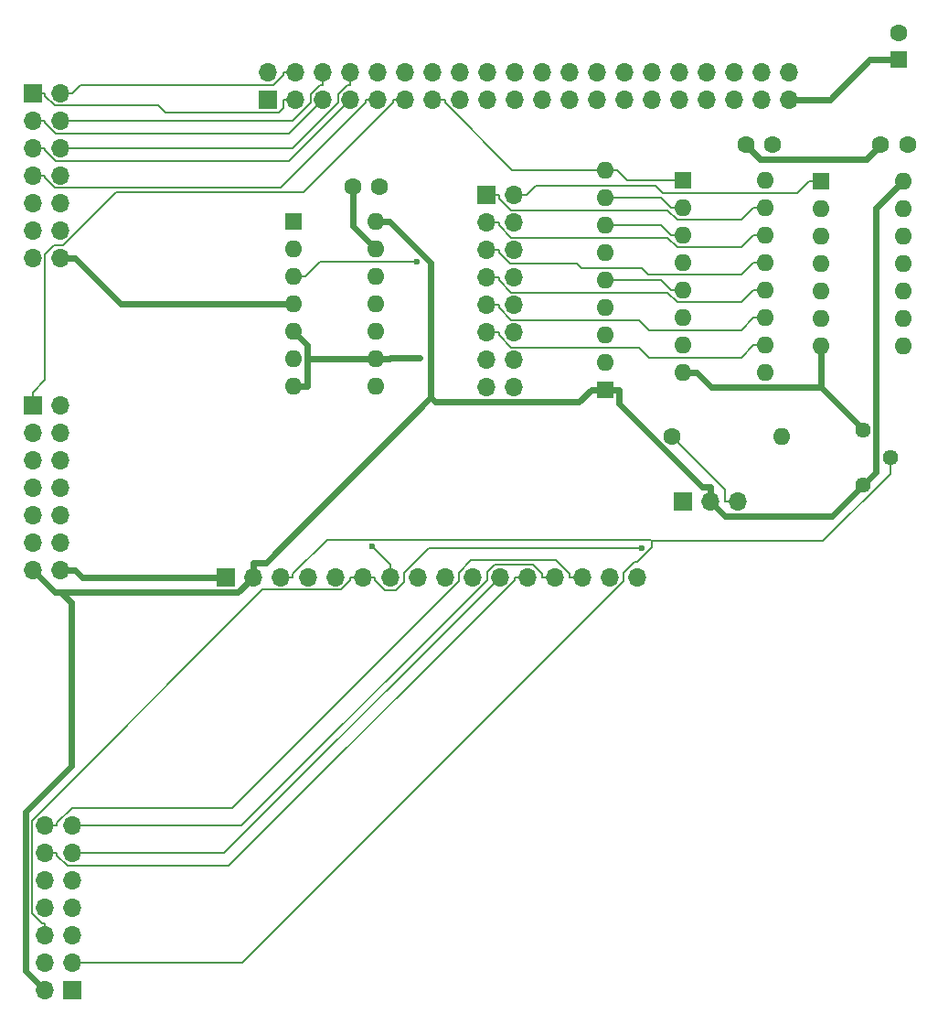
<source format=gtl>
G04 #@! TF.GenerationSoftware,KiCad,Pcbnew,(7.0.0-0)*
G04 #@! TF.CreationDate,2023-03-24T11:35:07+09:00*
G04 #@! TF.ProjectId,K68-SC1602,4b36382d-5343-4313-9630-322e6b696361,rev?*
G04 #@! TF.SameCoordinates,PX5f5e100PY8f0d180*
G04 #@! TF.FileFunction,Copper,L1,Top*
G04 #@! TF.FilePolarity,Positive*
%FSLAX46Y46*%
G04 Gerber Fmt 4.6, Leading zero omitted, Abs format (unit mm)*
G04 Created by KiCad (PCBNEW (7.0.0-0)) date 2023-03-24 11:35:07*
%MOMM*%
%LPD*%
G01*
G04 APERTURE LIST*
G04 #@! TA.AperFunction,ComponentPad*
%ADD10R,1.600000X1.600000*%
G04 #@! TD*
G04 #@! TA.AperFunction,ComponentPad*
%ADD11O,1.600000X1.600000*%
G04 #@! TD*
G04 #@! TA.AperFunction,ComponentPad*
%ADD12R,1.700000X1.700000*%
G04 #@! TD*
G04 #@! TA.AperFunction,ComponentPad*
%ADD13O,1.700000X1.700000*%
G04 #@! TD*
G04 #@! TA.AperFunction,ComponentPad*
%ADD14C,1.600000*%
G04 #@! TD*
G04 #@! TA.AperFunction,ComponentPad*
%ADD15C,1.440000*%
G04 #@! TD*
G04 #@! TA.AperFunction,ViaPad*
%ADD16C,0.600000*%
G04 #@! TD*
G04 #@! TA.AperFunction,Conductor*
%ADD17C,0.600000*%
G04 #@! TD*
G04 #@! TA.AperFunction,Conductor*
%ADD18C,0.200000*%
G04 #@! TD*
G04 APERTURE END LIST*
D10*
X57249999Y60324999D03*
D11*
X57249999Y62864999D03*
X57249999Y65404999D03*
X57249999Y67944999D03*
X57249999Y70484999D03*
X57249999Y73024999D03*
X57249999Y75564999D03*
X57249999Y78104999D03*
X57249999Y80644999D03*
D12*
X64444999Y50024999D03*
D13*
X66984999Y50024999D03*
X69524999Y50024999D03*
D14*
X82750000Y83000000D03*
X85250000Y83000000D03*
D15*
X81100000Y51500000D03*
X83640000Y54040000D03*
X81100000Y56580000D03*
D14*
X63445000Y56025000D03*
D11*
X73604999Y56024999D03*
D14*
X70250000Y83000000D03*
X72750000Y83000000D03*
D10*
X84389999Y90849499D03*
D14*
X84390000Y93349500D03*
D12*
X4219999Y87779999D03*
D13*
X6759999Y87779999D03*
X4219999Y85239999D03*
X6759999Y85239999D03*
X4219999Y82699999D03*
X6759999Y82699999D03*
X4219999Y80159999D03*
X6759999Y80159999D03*
X4219999Y77619999D03*
X6759999Y77619999D03*
X4219999Y75079999D03*
X6759999Y75079999D03*
X4219999Y72539999D03*
X6759999Y72539999D03*
D10*
X28379999Y75899999D03*
D11*
X28379999Y73359999D03*
X28379999Y70819999D03*
X28379999Y68279999D03*
X28379999Y65739999D03*
X28379999Y63199999D03*
X28379999Y60659999D03*
X35999999Y60659999D03*
X35999999Y63199999D03*
X35999999Y65739999D03*
X35999999Y68279999D03*
X35999999Y70819999D03*
X35999999Y73359999D03*
X35999999Y75899999D03*
D12*
X46259999Y78339999D03*
D13*
X48799999Y78339999D03*
X46259999Y75799999D03*
X48799999Y75799999D03*
X46259999Y73259999D03*
X48799999Y73259999D03*
X46259999Y70719999D03*
X48799999Y70719999D03*
X46259999Y68179999D03*
X48799999Y68179999D03*
X46259999Y65639999D03*
X48799999Y65639999D03*
X46259999Y63099999D03*
X48799999Y63099999D03*
X46259999Y60559999D03*
X48799999Y60559999D03*
D10*
X64449999Y79699999D03*
D11*
X64449999Y77159999D03*
X64449999Y74619999D03*
X64449999Y72079999D03*
X64449999Y69539999D03*
X64449999Y66999999D03*
X64449999Y64459999D03*
X64449999Y61919999D03*
X72069999Y61919999D03*
X72069999Y64459999D03*
X72069999Y66999999D03*
X72069999Y69539999D03*
X72069999Y72079999D03*
X72069999Y74619999D03*
X72069999Y77159999D03*
X72069999Y79699999D03*
D12*
X22069999Y42969999D03*
D13*
X24609999Y42969999D03*
X27149999Y42969999D03*
X29689999Y42969999D03*
X32229999Y42969999D03*
X34769999Y42969999D03*
X37309999Y42969999D03*
X39849999Y42969999D03*
X42389999Y42969999D03*
X44929999Y42969999D03*
X47469999Y42969999D03*
X50009999Y42969999D03*
X52549999Y42969999D03*
X55089999Y42969999D03*
X57629999Y42969999D03*
X60169999Y42969999D03*
D12*
X26019999Y87159999D03*
D13*
X26019999Y89699999D03*
X28559999Y87159999D03*
X28559999Y89699999D03*
X31099999Y87159999D03*
X31099999Y89699999D03*
X33639999Y87159999D03*
X33639999Y89699999D03*
X36179999Y87159999D03*
X36179999Y89699999D03*
X38719999Y87159999D03*
X38719999Y89699999D03*
X41259999Y87159999D03*
X41259999Y89699999D03*
X43799999Y87159999D03*
X43799999Y89699999D03*
X46339999Y87159999D03*
X46339999Y89699999D03*
X48879999Y87159999D03*
X48879999Y89699999D03*
X51419999Y87159999D03*
X51419999Y89699999D03*
X53959999Y87159999D03*
X53959999Y89699999D03*
X56499999Y87159999D03*
X56499999Y89699999D03*
X59039999Y87159999D03*
X59039999Y89699999D03*
X61579999Y87159999D03*
X61579999Y89699999D03*
X64119999Y87159999D03*
X64119999Y89699999D03*
X66659999Y87159999D03*
X66659999Y89699999D03*
X69199999Y87159999D03*
X69199999Y89699999D03*
X71739999Y87159999D03*
X71739999Y89699999D03*
X74279999Y87159999D03*
X74279999Y89699999D03*
D12*
X4219999Y58909999D03*
D13*
X6759999Y58909999D03*
X4219999Y56369999D03*
X6759999Y56369999D03*
X4219999Y53829999D03*
X6759999Y53829999D03*
X4219999Y51289999D03*
X6759999Y51289999D03*
X4219999Y48749999D03*
X6759999Y48749999D03*
X4219999Y46209999D03*
X6759999Y46209999D03*
X4219999Y43669999D03*
X6759999Y43669999D03*
D14*
X33850000Y79100000D03*
X36350000Y79100000D03*
D10*
X77199999Y79624999D03*
D11*
X77199999Y77084999D03*
X77199999Y74544999D03*
X77199999Y72004999D03*
X77199999Y69464999D03*
X77199999Y66924999D03*
X77199999Y64384999D03*
X84819999Y64384999D03*
X84819999Y66924999D03*
X84819999Y69464999D03*
X84819999Y72004999D03*
X84819999Y74544999D03*
X84819999Y77084999D03*
X84819999Y79624999D03*
D12*
X7869999Y4749999D03*
D13*
X5329999Y4749999D03*
X7869999Y7289999D03*
X5329999Y7289999D03*
X7869999Y9829999D03*
X5329999Y9829999D03*
X7869999Y12369999D03*
X5329999Y12369999D03*
X7869999Y14909999D03*
X5329999Y14909999D03*
X7869999Y17449999D03*
X5329999Y17449999D03*
X7869999Y19989999D03*
X5329999Y19989999D03*
D16*
X39785800Y72147800D03*
X60641700Y45706000D03*
X35629900Y45862900D03*
X40033500Y63262700D03*
D17*
X6809900Y41606700D02*
X7760000Y40656600D01*
X7760000Y25480400D02*
X3564800Y21285200D01*
X7760000Y40656600D02*
X7760000Y25480400D01*
X3564800Y21285200D02*
X3564800Y6515200D01*
X3564800Y6515200D02*
X5330000Y4750000D01*
D18*
X47410100Y65401700D02*
X47410100Y65640000D01*
X48561600Y64250200D02*
X47410100Y65401700D01*
X60341700Y64250200D02*
X48561600Y64250200D01*
X61281700Y63310200D02*
X60341700Y64250200D01*
X69820100Y63310200D02*
X61281700Y63310200D01*
X70969900Y64460000D02*
X69820100Y63310200D01*
X72070000Y64460000D02*
X70969900Y64460000D01*
X46260000Y65640000D02*
X47410100Y65640000D01*
X47410100Y67941700D02*
X47410100Y68180000D01*
X48561600Y66790200D02*
X47410100Y67941700D01*
X60341700Y66790200D02*
X48561600Y66790200D01*
X61281700Y65850200D02*
X60341700Y66790200D01*
X69820100Y65850200D02*
X61281700Y65850200D01*
X70969900Y67000000D02*
X69820100Y65850200D01*
X72070000Y67000000D02*
X70969900Y67000000D01*
X46260000Y68180000D02*
X47410100Y68180000D01*
X47410100Y70481700D02*
X47410100Y70720000D01*
X48561600Y69330200D02*
X47410100Y70481700D01*
X62993800Y69330200D02*
X48561600Y69330200D01*
X63909000Y68415000D02*
X62993800Y69330200D01*
X69844900Y68415000D02*
X63909000Y68415000D01*
X70969900Y69540000D02*
X69844900Y68415000D01*
X72070000Y69540000D02*
X70969900Y69540000D01*
X46260000Y70720000D02*
X47410100Y70720000D01*
X47410100Y73021700D02*
X47410100Y73260000D01*
X48441800Y71990000D02*
X47410100Y73021700D01*
X54644900Y71990000D02*
X48441800Y71990000D01*
X55021400Y71613500D02*
X54644900Y71990000D01*
X60598400Y71613500D02*
X55021400Y71613500D01*
X61249100Y70962800D02*
X60598400Y71613500D01*
X69852700Y70962800D02*
X61249100Y70962800D01*
X70969900Y72080000D02*
X69852700Y70962800D01*
X72070000Y72080000D02*
X70969900Y72080000D01*
X46260000Y73260000D02*
X47410100Y73260000D01*
X64450000Y69540000D02*
X63349900Y69540000D01*
X62404900Y70485000D02*
X57250000Y70485000D01*
X63349900Y69540000D02*
X62404900Y70485000D01*
X28380000Y70820000D02*
X29480100Y70820000D01*
X30807900Y72147800D02*
X39785800Y72147800D01*
X29480100Y70820000D02*
X30807900Y72147800D01*
X47410100Y75561700D02*
X47410100Y75800000D01*
X48561600Y74410200D02*
X47410100Y75561700D01*
X62993800Y74410200D02*
X48561600Y74410200D01*
X63909000Y73495000D02*
X62993800Y74410200D01*
X69844900Y73495000D02*
X63909000Y73495000D01*
X70969900Y74620000D02*
X69844900Y73495000D01*
X72070000Y74620000D02*
X70969900Y74620000D01*
X46260000Y75800000D02*
X47410100Y75800000D01*
X47410100Y78052500D02*
X47410100Y78340000D01*
X48512400Y76950200D02*
X47410100Y78052500D01*
X62993800Y76950200D02*
X48512400Y76950200D01*
X63891300Y76052700D02*
X62993800Y76950200D01*
X69862600Y76052700D02*
X63891300Y76052700D01*
X70969900Y77160000D02*
X69862600Y76052700D01*
X72070000Y77160000D02*
X70969900Y77160000D01*
X46260000Y78340000D02*
X47410100Y78340000D01*
X68374900Y51095100D02*
X68374900Y50025000D01*
X63445000Y56025000D02*
X68374900Y51095100D01*
X69525000Y50025000D02*
X68374900Y50025000D01*
X5091700Y10980100D02*
X5330000Y10980100D01*
X4165000Y11906800D02*
X5091700Y10980100D01*
X4165000Y20453200D02*
X4165000Y11906800D01*
X25531700Y41819900D02*
X4165000Y20453200D01*
X32757400Y41819900D02*
X25531700Y41819900D01*
X33619900Y42682400D02*
X32757400Y41819900D01*
X33619900Y42970000D02*
X33619900Y42682400D01*
X34770000Y42970000D02*
X33619900Y42970000D01*
X5330000Y9830000D02*
X5330000Y10980100D01*
X35920100Y42731700D02*
X35920100Y42970000D01*
X36836600Y41815200D02*
X35920100Y42731700D01*
X37817800Y41815200D02*
X36836600Y41815200D01*
X38580000Y42577400D02*
X37817800Y41815200D01*
X38580000Y43364100D02*
X38580000Y42577400D01*
X40921900Y45706000D02*
X38580000Y43364100D01*
X60641700Y45706000D02*
X40921900Y45706000D01*
X34770000Y42970000D02*
X35920100Y42970000D01*
X77421100Y46327500D02*
X61556300Y46327500D01*
X83640000Y52546400D02*
X77421100Y46327500D01*
X83640000Y54040000D02*
X83640000Y52546400D01*
X23598100Y7290000D02*
X7870000Y7290000D01*
X58900000Y42591900D02*
X23598100Y7290000D01*
X58900000Y43364100D02*
X58900000Y42591900D01*
X59918700Y44382800D02*
X58900000Y43364100D01*
X60225800Y44382800D02*
X59918700Y44382800D01*
X61556300Y45713300D02*
X60225800Y44382800D01*
X61556300Y46327500D02*
X61556300Y45713300D01*
X27150000Y42970000D02*
X28300100Y42970000D01*
X28300100Y43257500D02*
X28300100Y42970000D01*
X31505600Y46463000D02*
X28300100Y43257500D01*
X61420800Y46463000D02*
X31505600Y46463000D01*
X61556300Y46327500D02*
X61420800Y46463000D01*
X62404900Y78105000D02*
X57250000Y78105000D01*
X63349900Y77160000D02*
X62404900Y78105000D01*
X64450000Y77160000D02*
X63349900Y77160000D01*
X75002700Y78527800D02*
X76099900Y79625000D01*
X62548000Y78527800D02*
X75002700Y78527800D01*
X61863500Y79212300D02*
X62548000Y78527800D01*
X50822400Y79212300D02*
X61863500Y79212300D01*
X49950100Y78340000D02*
X50822400Y79212300D01*
X48800000Y78340000D02*
X49950100Y78340000D01*
X77200000Y79625000D02*
X76099900Y79625000D01*
X59295100Y79700000D02*
X58350100Y80645000D01*
X64450000Y79700000D02*
X59295100Y79700000D01*
X57250000Y80645000D02*
X58350100Y80645000D01*
X48637600Y80645000D02*
X57250000Y80645000D01*
X42410100Y86872500D02*
X48637600Y80645000D01*
X42410100Y87160000D02*
X42410100Y86872500D01*
X41260000Y87160000D02*
X42410100Y87160000D01*
X62404900Y75565000D02*
X57250000Y75565000D01*
X63349900Y74620000D02*
X62404900Y75565000D01*
X64450000Y74620000D02*
X63349900Y74620000D01*
X5370100Y61210200D02*
X4220000Y60060100D01*
X5370100Y72838500D02*
X5370100Y61210200D01*
X6221800Y73690200D02*
X5370100Y72838500D01*
X7003000Y73690200D02*
X6221800Y73690200D01*
X11922400Y78609600D02*
X7003000Y73690200D01*
X29307000Y78609600D02*
X11922400Y78609600D01*
X37569900Y86872500D02*
X29307000Y78609600D01*
X37569900Y87160000D02*
X37569900Y86872500D01*
X38720000Y87160000D02*
X37569900Y87160000D01*
X4220000Y58910000D02*
X4220000Y60060100D01*
X6480100Y20228300D02*
X6480100Y19990000D01*
X7906300Y21654500D02*
X6480100Y20228300D01*
X22727600Y21654500D02*
X7906300Y21654500D01*
X43660000Y42586900D02*
X22727600Y21654500D01*
X43660000Y43370500D02*
X43660000Y42586900D01*
X44837100Y44547600D02*
X43660000Y43370500D01*
X52649800Y44547600D02*
X44837100Y44547600D01*
X53939900Y43257500D02*
X52649800Y44547600D01*
X53939900Y42970000D02*
X53939900Y43257500D01*
X55090000Y42970000D02*
X53939900Y42970000D01*
X5330000Y19990000D02*
X6480100Y19990000D01*
X36180000Y87160000D02*
X35029900Y87160000D01*
X4220000Y80160000D02*
X5370100Y80160000D01*
X23576600Y19990000D02*
X7870000Y19990000D01*
X46319800Y42733200D02*
X23576600Y19990000D01*
X46319800Y43458600D02*
X46319800Y42733200D01*
X46997200Y44136000D02*
X46319800Y43458600D01*
X50521400Y44136000D02*
X46997200Y44136000D01*
X51399900Y43257500D02*
X50521400Y44136000D01*
X51399900Y42970000D02*
X51399900Y43257500D01*
X52550000Y42970000D02*
X51399900Y42970000D01*
X5370100Y79921700D02*
X5370100Y80160000D01*
X6282000Y79009800D02*
X5370100Y79921700D01*
X27167200Y79009800D02*
X6282000Y79009800D01*
X35029900Y86872500D02*
X27167200Y79009800D01*
X35029900Y87160000D02*
X35029900Y86872500D01*
X50010000Y42970000D02*
X48859900Y42970000D01*
X5330000Y17450000D02*
X6480100Y17450000D01*
X6480100Y17211700D02*
X6480100Y17450000D01*
X7428500Y16263300D02*
X6480100Y17211700D01*
X22390100Y16263300D02*
X7428500Y16263300D01*
X48859900Y42733100D02*
X22390100Y16263300D01*
X48859900Y42970000D02*
X48859900Y42733100D01*
X28297000Y82700000D02*
X6760000Y82700000D01*
X32489900Y86892900D02*
X28297000Y82700000D01*
X32489900Y87687400D02*
X32489900Y86892900D01*
X33352400Y88549900D02*
X32489900Y87687400D01*
X33640000Y88549900D02*
X33352400Y88549900D01*
X33640000Y89700000D02*
X33640000Y88549900D01*
X5370100Y82461700D02*
X5370100Y82700000D01*
X6322400Y81509400D02*
X5370100Y82461700D01*
X27989400Y81509400D02*
X6322400Y81509400D01*
X33640000Y87160000D02*
X27989400Y81509400D01*
X4220000Y82700000D02*
X5370100Y82700000D01*
X21950000Y17450000D02*
X7870000Y17450000D01*
X47470000Y42970000D02*
X21950000Y17450000D01*
X28302000Y85240000D02*
X6760000Y85240000D01*
X29949900Y86887900D02*
X28302000Y85240000D01*
X29949900Y87687400D02*
X29949900Y86887900D01*
X30812400Y88549900D02*
X29949900Y87687400D01*
X31100000Y88549900D02*
X30812400Y88549900D01*
X31100000Y89700000D02*
X31100000Y88549900D01*
X4220000Y85240000D02*
X5370100Y85240000D01*
X5370100Y85001700D02*
X5370100Y85240000D01*
X6322400Y84049400D02*
X5370100Y85001700D01*
X27989400Y84049400D02*
X6322400Y84049400D01*
X31100000Y87160000D02*
X27989400Y84049400D01*
X8680000Y88549900D02*
X7910100Y87780000D01*
X26547400Y88549900D02*
X8680000Y88549900D01*
X27409900Y89412400D02*
X26547400Y88549900D01*
X27409900Y89700000D02*
X27409900Y89412400D01*
X28560000Y89700000D02*
X27409900Y89700000D01*
X6760000Y87780000D02*
X7910100Y87780000D01*
X5370100Y87492400D02*
X5370100Y87780000D01*
X6232600Y86629900D02*
X5370100Y87492400D01*
X15874600Y86629900D02*
X6232600Y86629900D01*
X16494700Y86009800D02*
X15874600Y86629900D01*
X27050400Y86009800D02*
X16494700Y86009800D01*
X27409900Y86369300D02*
X27050400Y86009800D01*
X27409900Y87160000D02*
X27409900Y86369300D01*
X28560000Y87160000D02*
X27409900Y87160000D01*
X4220000Y87780000D02*
X5370100Y87780000D01*
X37310000Y44182800D02*
X37310000Y42970000D01*
X35629900Y45862900D02*
X37310000Y44182800D01*
D17*
X71574900Y81675100D02*
X70250000Y83000000D01*
X81425100Y81675100D02*
X71574900Y81675100D01*
X82750000Y83000000D02*
X81425100Y81675100D01*
X28380000Y60660000D02*
X29680100Y60660000D01*
X36000000Y63200000D02*
X29680100Y63200000D01*
X29680100Y60660000D02*
X29680100Y63200000D01*
X29680100Y64439900D02*
X28380000Y65740000D01*
X29680100Y63200000D02*
X29680100Y64439900D01*
X33850000Y75510000D02*
X33850000Y79100000D01*
X36000000Y73360000D02*
X33850000Y75510000D01*
X77200000Y64385000D02*
X77200000Y63084900D01*
X64450000Y61920000D02*
X65750100Y61920000D01*
X67081000Y60589100D02*
X65750100Y61920000D01*
X77200000Y60589100D02*
X67081000Y60589100D01*
X77200000Y63084900D02*
X77200000Y60589100D01*
X81100000Y56689100D02*
X81100000Y56580000D01*
X77200000Y60589100D02*
X81100000Y56689100D01*
X12370100Y68280000D02*
X8110100Y72540000D01*
X28380000Y68280000D02*
X12370100Y68280000D01*
X6760000Y72540000D02*
X8110100Y72540000D01*
X8810100Y42970000D02*
X8110100Y43670000D01*
X22070000Y42970000D02*
X8810100Y42970000D01*
X6760000Y43670000D02*
X8110100Y43670000D01*
X37362800Y63262700D02*
X37300100Y63200000D01*
X40033500Y63262700D02*
X37362800Y63262700D01*
X36000000Y63200000D02*
X37300100Y63200000D01*
X81720000Y90849500D02*
X84390000Y90849500D01*
X78030000Y87160000D02*
X81720000Y90849500D01*
X74280000Y87160000D02*
X78030000Y87160000D01*
X82329700Y77134700D02*
X84820000Y79625000D01*
X82329700Y52729700D02*
X82329700Y77134700D01*
X81100000Y51500000D02*
X82329700Y52729700D01*
X6283300Y41606700D02*
X4220000Y43670000D01*
X6809900Y41606700D02*
X6283300Y41606700D01*
X57250000Y60325000D02*
X55949900Y60325000D01*
X36000000Y75900000D02*
X37300100Y75900000D01*
X23246700Y41606700D02*
X24610000Y42970000D01*
X6809900Y41606700D02*
X23246700Y41606700D01*
X24610000Y42970000D02*
X24610000Y44320100D01*
X25791400Y44320100D02*
X41081300Y59610000D01*
X24610000Y44320100D02*
X25791400Y44320100D01*
X41081300Y72118800D02*
X41081300Y59610000D01*
X37300100Y75900000D02*
X41081300Y72118800D01*
X54830700Y59205800D02*
X55949900Y60325000D01*
X41485500Y59205800D02*
X54830700Y59205800D01*
X41081300Y59610000D02*
X41485500Y59205800D01*
X68336900Y48673100D02*
X66985000Y50025000D01*
X78273100Y48673100D02*
X68336900Y48673100D01*
X81100000Y51500000D02*
X78273100Y48673100D01*
X58550100Y59024900D02*
X58550100Y60325000D01*
X66199900Y51375100D02*
X58550100Y59024900D01*
X66985000Y51375100D02*
X66199900Y51375100D01*
X66985000Y50025000D02*
X66985000Y51375100D01*
X57250000Y60325000D02*
X58550100Y60325000D01*
M02*

</source>
